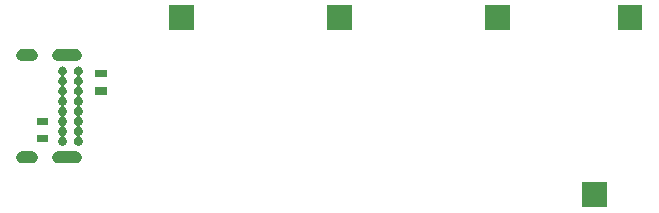
<source format=gbr>
G04 #@! TF.GenerationSoftware,KiCad,Pcbnew,(5.1.5)-3*
G04 #@! TF.CreationDate,2020-02-24T19:45:47-05:00*
G04 #@! TF.ProjectId,MiniiPS,4d696e69-6950-4532-9e6b-696361645f70,rev?*
G04 #@! TF.SameCoordinates,PX7641700PY5a995c0*
G04 #@! TF.FileFunction,Soldermask,Bot*
G04 #@! TF.FilePolarity,Negative*
%FSLAX46Y46*%
G04 Gerber Fmt 4.6, Leading zero omitted, Abs format (unit mm)*
G04 Created by KiCad (PCBNEW (5.1.5)-3) date 2020-02-24 19:45:47*
%MOMM*%
%LPD*%
G04 APERTURE LIST*
%ADD10C,0.100000*%
G04 APERTURE END LIST*
D10*
G36*
X50751000Y-17551000D02*
G01*
X48649000Y-17551000D01*
X48649000Y-15449000D01*
X50751000Y-15449000D01*
X50751000Y-17551000D01*
G37*
G36*
X5868213Y-12806249D02*
G01*
X5962652Y-12834897D01*
X6049687Y-12881418D01*
X6125975Y-12944025D01*
X6188582Y-13020313D01*
X6235103Y-13107348D01*
X6263751Y-13201787D01*
X6273424Y-13300000D01*
X6263751Y-13398213D01*
X6235103Y-13492652D01*
X6188582Y-13579687D01*
X6125975Y-13655975D01*
X6049687Y-13718582D01*
X5962652Y-13765103D01*
X5868213Y-13793751D01*
X5794612Y-13801000D01*
X4245388Y-13801000D01*
X4171787Y-13793751D01*
X4077348Y-13765103D01*
X3990313Y-13718582D01*
X3914025Y-13655975D01*
X3851418Y-13579687D01*
X3804897Y-13492652D01*
X3776249Y-13398213D01*
X3766576Y-13300000D01*
X3776249Y-13201787D01*
X3804897Y-13107348D01*
X3851418Y-13020313D01*
X3914025Y-12944025D01*
X3990313Y-12881418D01*
X4077348Y-12834897D01*
X4171787Y-12806249D01*
X4245388Y-12799000D01*
X5794612Y-12799000D01*
X5868213Y-12806249D01*
G37*
G36*
X2138213Y-12806249D02*
G01*
X2232652Y-12834897D01*
X2319687Y-12881418D01*
X2395975Y-12944025D01*
X2458582Y-13020313D01*
X2505103Y-13107348D01*
X2533751Y-13201787D01*
X2543424Y-13300000D01*
X2533751Y-13398213D01*
X2505103Y-13492652D01*
X2458582Y-13579687D01*
X2395975Y-13655975D01*
X2319687Y-13718582D01*
X2232652Y-13765103D01*
X2138213Y-13793751D01*
X2064612Y-13801000D01*
X1215388Y-13801000D01*
X1141787Y-13793751D01*
X1047348Y-13765103D01*
X960313Y-13718582D01*
X884025Y-13655975D01*
X821418Y-13579687D01*
X774897Y-13492652D01*
X746249Y-13398213D01*
X736576Y-13300000D01*
X746249Y-13201787D01*
X774897Y-13107348D01*
X821418Y-13020313D01*
X884025Y-12944025D01*
X960313Y-12881418D01*
X1047348Y-12834897D01*
X1141787Y-12806249D01*
X1215388Y-12799000D01*
X2064612Y-12799000D01*
X2138213Y-12806249D01*
G37*
G36*
X6111133Y-5633642D02*
G01*
X6180472Y-5662363D01*
X6242452Y-5703777D01*
X6242873Y-5704058D01*
X6295942Y-5757127D01*
X6295944Y-5757130D01*
X6337637Y-5819528D01*
X6366358Y-5888867D01*
X6381000Y-5962475D01*
X6381000Y-6037525D01*
X6366358Y-6111133D01*
X6337637Y-6180472D01*
X6296223Y-6242452D01*
X6295942Y-6242873D01*
X6242873Y-6295942D01*
X6205270Y-6321067D01*
X6186328Y-6336612D01*
X6170783Y-6355554D01*
X6159232Y-6377165D01*
X6152119Y-6400614D01*
X6149717Y-6425000D01*
X6152119Y-6449386D01*
X6159232Y-6472835D01*
X6170783Y-6494446D01*
X6186328Y-6513388D01*
X6205269Y-6528932D01*
X6242873Y-6554058D01*
X6295942Y-6607127D01*
X6295944Y-6607130D01*
X6337637Y-6669528D01*
X6366358Y-6738867D01*
X6381000Y-6812475D01*
X6381000Y-6887525D01*
X6366358Y-6961133D01*
X6337637Y-7030472D01*
X6296223Y-7092452D01*
X6295942Y-7092873D01*
X6242873Y-7145942D01*
X6205270Y-7171067D01*
X6186328Y-7186612D01*
X6170783Y-7205554D01*
X6159232Y-7227165D01*
X6152119Y-7250614D01*
X6149717Y-7275000D01*
X6152119Y-7299386D01*
X6159232Y-7322835D01*
X6170783Y-7344446D01*
X6186328Y-7363388D01*
X6205269Y-7378932D01*
X6242873Y-7404058D01*
X6295942Y-7457127D01*
X6295944Y-7457130D01*
X6337637Y-7519528D01*
X6366358Y-7588867D01*
X6381000Y-7662475D01*
X6381000Y-7737525D01*
X6366358Y-7811133D01*
X6337637Y-7880472D01*
X6296223Y-7942452D01*
X6295942Y-7942873D01*
X6242873Y-7995942D01*
X6205270Y-8021067D01*
X6186328Y-8036612D01*
X6170783Y-8055554D01*
X6159232Y-8077165D01*
X6152119Y-8100614D01*
X6149717Y-8125000D01*
X6152119Y-8149386D01*
X6159232Y-8172835D01*
X6170783Y-8194446D01*
X6186328Y-8213388D01*
X6205269Y-8228932D01*
X6242873Y-8254058D01*
X6295942Y-8307127D01*
X6295944Y-8307130D01*
X6337637Y-8369528D01*
X6366358Y-8438867D01*
X6381000Y-8512475D01*
X6381000Y-8587525D01*
X6366358Y-8661133D01*
X6337637Y-8730472D01*
X6296223Y-8792452D01*
X6295942Y-8792873D01*
X6242873Y-8845942D01*
X6205270Y-8871067D01*
X6186328Y-8886612D01*
X6170783Y-8905554D01*
X6159232Y-8927165D01*
X6152119Y-8950614D01*
X6149717Y-8975000D01*
X6152119Y-8999386D01*
X6159232Y-9022835D01*
X6170783Y-9044446D01*
X6186328Y-9063388D01*
X6205269Y-9078932D01*
X6242873Y-9104058D01*
X6295942Y-9157127D01*
X6295944Y-9157130D01*
X6337637Y-9219528D01*
X6366358Y-9288867D01*
X6381000Y-9362475D01*
X6381000Y-9437525D01*
X6366358Y-9511133D01*
X6337637Y-9580472D01*
X6296223Y-9642452D01*
X6295942Y-9642873D01*
X6242873Y-9695942D01*
X6205270Y-9721067D01*
X6186328Y-9736612D01*
X6170783Y-9755554D01*
X6159232Y-9777165D01*
X6152119Y-9800614D01*
X6149717Y-9825000D01*
X6152119Y-9849386D01*
X6159232Y-9872835D01*
X6170783Y-9894446D01*
X6186328Y-9913388D01*
X6205269Y-9928932D01*
X6242873Y-9954058D01*
X6295942Y-10007127D01*
X6295944Y-10007130D01*
X6337637Y-10069528D01*
X6366358Y-10138867D01*
X6381000Y-10212475D01*
X6381000Y-10287525D01*
X6366358Y-10361133D01*
X6337637Y-10430472D01*
X6296223Y-10492452D01*
X6295942Y-10492873D01*
X6242873Y-10545942D01*
X6205270Y-10571067D01*
X6186328Y-10586612D01*
X6170783Y-10605554D01*
X6159232Y-10627165D01*
X6152119Y-10650614D01*
X6149717Y-10675000D01*
X6152119Y-10699386D01*
X6159232Y-10722835D01*
X6170783Y-10744446D01*
X6186328Y-10763388D01*
X6205269Y-10778932D01*
X6242873Y-10804058D01*
X6295942Y-10857127D01*
X6295944Y-10857130D01*
X6337637Y-10919528D01*
X6366358Y-10988867D01*
X6381000Y-11062475D01*
X6381000Y-11137525D01*
X6366358Y-11211133D01*
X6337637Y-11280472D01*
X6296223Y-11342452D01*
X6295942Y-11342873D01*
X6242873Y-11395942D01*
X6205270Y-11421067D01*
X6186328Y-11436612D01*
X6170783Y-11455554D01*
X6159232Y-11477165D01*
X6152119Y-11500614D01*
X6149717Y-11525000D01*
X6152119Y-11549386D01*
X6159232Y-11572835D01*
X6170783Y-11594446D01*
X6186328Y-11613388D01*
X6205269Y-11628932D01*
X6242873Y-11654058D01*
X6295942Y-11707127D01*
X6295944Y-11707130D01*
X6337637Y-11769528D01*
X6366358Y-11838867D01*
X6381000Y-11912475D01*
X6381000Y-11987525D01*
X6366358Y-12061133D01*
X6337637Y-12130472D01*
X6296223Y-12192452D01*
X6295942Y-12192873D01*
X6242873Y-12245942D01*
X6242870Y-12245944D01*
X6180472Y-12287637D01*
X6111133Y-12316358D01*
X6037525Y-12331000D01*
X5962475Y-12331000D01*
X5888867Y-12316358D01*
X5819528Y-12287637D01*
X5757130Y-12245944D01*
X5757127Y-12245942D01*
X5704058Y-12192873D01*
X5703777Y-12192452D01*
X5662363Y-12130472D01*
X5633642Y-12061133D01*
X5619000Y-11987525D01*
X5619000Y-11912475D01*
X5633642Y-11838867D01*
X5662363Y-11769528D01*
X5704056Y-11707130D01*
X5704058Y-11707127D01*
X5757127Y-11654058D01*
X5794731Y-11628932D01*
X5813672Y-11613388D01*
X5829217Y-11594446D01*
X5840768Y-11572835D01*
X5847881Y-11549386D01*
X5850283Y-11525000D01*
X5847881Y-11500614D01*
X5840768Y-11477165D01*
X5829217Y-11455554D01*
X5813672Y-11436612D01*
X5794730Y-11421067D01*
X5757127Y-11395942D01*
X5704058Y-11342873D01*
X5703777Y-11342452D01*
X5662363Y-11280472D01*
X5633642Y-11211133D01*
X5619000Y-11137525D01*
X5619000Y-11062475D01*
X5633642Y-10988867D01*
X5662363Y-10919528D01*
X5704056Y-10857130D01*
X5704058Y-10857127D01*
X5757127Y-10804058D01*
X5794731Y-10778932D01*
X5813672Y-10763388D01*
X5829217Y-10744446D01*
X5840768Y-10722835D01*
X5847881Y-10699386D01*
X5850283Y-10675000D01*
X5847881Y-10650614D01*
X5840768Y-10627165D01*
X5829217Y-10605554D01*
X5813672Y-10586612D01*
X5794730Y-10571067D01*
X5757127Y-10545942D01*
X5704058Y-10492873D01*
X5703777Y-10492452D01*
X5662363Y-10430472D01*
X5633642Y-10361133D01*
X5619000Y-10287525D01*
X5619000Y-10212475D01*
X5633642Y-10138867D01*
X5662363Y-10069528D01*
X5704056Y-10007130D01*
X5704058Y-10007127D01*
X5757127Y-9954058D01*
X5794731Y-9928932D01*
X5813672Y-9913388D01*
X5829217Y-9894446D01*
X5840768Y-9872835D01*
X5847881Y-9849386D01*
X5850283Y-9825000D01*
X5847881Y-9800614D01*
X5840768Y-9777165D01*
X5829217Y-9755554D01*
X5813672Y-9736612D01*
X5794730Y-9721067D01*
X5757127Y-9695942D01*
X5704058Y-9642873D01*
X5703777Y-9642452D01*
X5662363Y-9580472D01*
X5633642Y-9511133D01*
X5619000Y-9437525D01*
X5619000Y-9362475D01*
X5633642Y-9288867D01*
X5662363Y-9219528D01*
X5704056Y-9157130D01*
X5704058Y-9157127D01*
X5757127Y-9104058D01*
X5794731Y-9078932D01*
X5813672Y-9063388D01*
X5829217Y-9044446D01*
X5840768Y-9022835D01*
X5847881Y-8999386D01*
X5850283Y-8975000D01*
X5847881Y-8950614D01*
X5840768Y-8927165D01*
X5829217Y-8905554D01*
X5813672Y-8886612D01*
X5794730Y-8871067D01*
X5757127Y-8845942D01*
X5704058Y-8792873D01*
X5703777Y-8792452D01*
X5662363Y-8730472D01*
X5633642Y-8661133D01*
X5619000Y-8587525D01*
X5619000Y-8512475D01*
X5633642Y-8438867D01*
X5662363Y-8369528D01*
X5704056Y-8307130D01*
X5704058Y-8307127D01*
X5757127Y-8254058D01*
X5794731Y-8228932D01*
X5813672Y-8213388D01*
X5829217Y-8194446D01*
X5840768Y-8172835D01*
X5847881Y-8149386D01*
X5850283Y-8125000D01*
X5847881Y-8100614D01*
X5840768Y-8077165D01*
X5829217Y-8055554D01*
X5813672Y-8036612D01*
X5794730Y-8021067D01*
X5757127Y-7995942D01*
X5704058Y-7942873D01*
X5703777Y-7942452D01*
X5662363Y-7880472D01*
X5633642Y-7811133D01*
X5619000Y-7737525D01*
X5619000Y-7662475D01*
X5633642Y-7588867D01*
X5662363Y-7519528D01*
X5704056Y-7457130D01*
X5704058Y-7457127D01*
X5757127Y-7404058D01*
X5794731Y-7378932D01*
X5813672Y-7363388D01*
X5829217Y-7344446D01*
X5840768Y-7322835D01*
X5847881Y-7299386D01*
X5850283Y-7275000D01*
X5847881Y-7250614D01*
X5840768Y-7227165D01*
X5829217Y-7205554D01*
X5813672Y-7186612D01*
X5794730Y-7171067D01*
X5757127Y-7145942D01*
X5704058Y-7092873D01*
X5703777Y-7092452D01*
X5662363Y-7030472D01*
X5633642Y-6961133D01*
X5619000Y-6887525D01*
X5619000Y-6812475D01*
X5633642Y-6738867D01*
X5662363Y-6669528D01*
X5704056Y-6607130D01*
X5704058Y-6607127D01*
X5757127Y-6554058D01*
X5794731Y-6528932D01*
X5813672Y-6513388D01*
X5829217Y-6494446D01*
X5840768Y-6472835D01*
X5847881Y-6449386D01*
X5850283Y-6425000D01*
X5847881Y-6400614D01*
X5840768Y-6377165D01*
X5829217Y-6355554D01*
X5813672Y-6336612D01*
X5794730Y-6321067D01*
X5757127Y-6295942D01*
X5704058Y-6242873D01*
X5703777Y-6242452D01*
X5662363Y-6180472D01*
X5633642Y-6111133D01*
X5619000Y-6037525D01*
X5619000Y-5962475D01*
X5633642Y-5888867D01*
X5662363Y-5819528D01*
X5704056Y-5757130D01*
X5704058Y-5757127D01*
X5757127Y-5704058D01*
X5757548Y-5703777D01*
X5819528Y-5662363D01*
X5888867Y-5633642D01*
X5962475Y-5619000D01*
X6037525Y-5619000D01*
X6111133Y-5633642D01*
G37*
G36*
X4761133Y-5633642D02*
G01*
X4830472Y-5662363D01*
X4892452Y-5703777D01*
X4892873Y-5704058D01*
X4945942Y-5757127D01*
X4945944Y-5757130D01*
X4987637Y-5819528D01*
X5016358Y-5888867D01*
X5031000Y-5962475D01*
X5031000Y-6037525D01*
X5016358Y-6111133D01*
X4987637Y-6180472D01*
X4946223Y-6242452D01*
X4945942Y-6242873D01*
X4892873Y-6295942D01*
X4855270Y-6321067D01*
X4836328Y-6336612D01*
X4820783Y-6355554D01*
X4809232Y-6377165D01*
X4802119Y-6400614D01*
X4799717Y-6425000D01*
X4802119Y-6449386D01*
X4809232Y-6472835D01*
X4820783Y-6494446D01*
X4836328Y-6513388D01*
X4855269Y-6528932D01*
X4892873Y-6554058D01*
X4945942Y-6607127D01*
X4945944Y-6607130D01*
X4987637Y-6669528D01*
X5016358Y-6738867D01*
X5031000Y-6812475D01*
X5031000Y-6887525D01*
X5016358Y-6961133D01*
X4987637Y-7030472D01*
X4946223Y-7092452D01*
X4945942Y-7092873D01*
X4892873Y-7145942D01*
X4855270Y-7171067D01*
X4836328Y-7186612D01*
X4820783Y-7205554D01*
X4809232Y-7227165D01*
X4802119Y-7250614D01*
X4799717Y-7275000D01*
X4802119Y-7299386D01*
X4809232Y-7322835D01*
X4820783Y-7344446D01*
X4836328Y-7363388D01*
X4855269Y-7378932D01*
X4892873Y-7404058D01*
X4945942Y-7457127D01*
X4945944Y-7457130D01*
X4987637Y-7519528D01*
X5016358Y-7588867D01*
X5031000Y-7662475D01*
X5031000Y-7737525D01*
X5016358Y-7811133D01*
X4987637Y-7880472D01*
X4946223Y-7942452D01*
X4945942Y-7942873D01*
X4892873Y-7995942D01*
X4855270Y-8021067D01*
X4836328Y-8036612D01*
X4820783Y-8055554D01*
X4809232Y-8077165D01*
X4802119Y-8100614D01*
X4799717Y-8125000D01*
X4802119Y-8149386D01*
X4809232Y-8172835D01*
X4820783Y-8194446D01*
X4836328Y-8213388D01*
X4855269Y-8228932D01*
X4892873Y-8254058D01*
X4945942Y-8307127D01*
X4945944Y-8307130D01*
X4987637Y-8369528D01*
X5016358Y-8438867D01*
X5031000Y-8512475D01*
X5031000Y-8587525D01*
X5016358Y-8661133D01*
X4987637Y-8730472D01*
X4946223Y-8792452D01*
X4945942Y-8792873D01*
X4892873Y-8845942D01*
X4855270Y-8871067D01*
X4836328Y-8886612D01*
X4820783Y-8905554D01*
X4809232Y-8927165D01*
X4802119Y-8950614D01*
X4799717Y-8975000D01*
X4802119Y-8999386D01*
X4809232Y-9022835D01*
X4820783Y-9044446D01*
X4836328Y-9063388D01*
X4855269Y-9078932D01*
X4892873Y-9104058D01*
X4945942Y-9157127D01*
X4945944Y-9157130D01*
X4987637Y-9219528D01*
X5016358Y-9288867D01*
X5031000Y-9362475D01*
X5031000Y-9437525D01*
X5016358Y-9511133D01*
X4987637Y-9580472D01*
X4946223Y-9642452D01*
X4945942Y-9642873D01*
X4892873Y-9695942D01*
X4855270Y-9721067D01*
X4836328Y-9736612D01*
X4820783Y-9755554D01*
X4809232Y-9777165D01*
X4802119Y-9800614D01*
X4799717Y-9825000D01*
X4802119Y-9849386D01*
X4809232Y-9872835D01*
X4820783Y-9894446D01*
X4836328Y-9913388D01*
X4855269Y-9928932D01*
X4892873Y-9954058D01*
X4945942Y-10007127D01*
X4945944Y-10007130D01*
X4987637Y-10069528D01*
X5016358Y-10138867D01*
X5031000Y-10212475D01*
X5031000Y-10287525D01*
X5016358Y-10361133D01*
X4987637Y-10430472D01*
X4946223Y-10492452D01*
X4945942Y-10492873D01*
X4892873Y-10545942D01*
X4855270Y-10571067D01*
X4836328Y-10586612D01*
X4820783Y-10605554D01*
X4809232Y-10627165D01*
X4802119Y-10650614D01*
X4799717Y-10675000D01*
X4802119Y-10699386D01*
X4809232Y-10722835D01*
X4820783Y-10744446D01*
X4836328Y-10763388D01*
X4855269Y-10778932D01*
X4892873Y-10804058D01*
X4945942Y-10857127D01*
X4945944Y-10857130D01*
X4987637Y-10919528D01*
X5016358Y-10988867D01*
X5031000Y-11062475D01*
X5031000Y-11137525D01*
X5016358Y-11211133D01*
X4987637Y-11280472D01*
X4946223Y-11342452D01*
X4945942Y-11342873D01*
X4892873Y-11395942D01*
X4855270Y-11421067D01*
X4836328Y-11436612D01*
X4820783Y-11455554D01*
X4809232Y-11477165D01*
X4802119Y-11500614D01*
X4799717Y-11525000D01*
X4802119Y-11549386D01*
X4809232Y-11572835D01*
X4820783Y-11594446D01*
X4836328Y-11613388D01*
X4855269Y-11628932D01*
X4892873Y-11654058D01*
X4945942Y-11707127D01*
X4945944Y-11707130D01*
X4987637Y-11769528D01*
X5016358Y-11838867D01*
X5031000Y-11912475D01*
X5031000Y-11987525D01*
X5016358Y-12061133D01*
X4987637Y-12130472D01*
X4946223Y-12192452D01*
X4945942Y-12192873D01*
X4892873Y-12245942D01*
X4892870Y-12245944D01*
X4830472Y-12287637D01*
X4761133Y-12316358D01*
X4687525Y-12331000D01*
X4612475Y-12331000D01*
X4538867Y-12316358D01*
X4469528Y-12287637D01*
X4407130Y-12245944D01*
X4407127Y-12245942D01*
X4354058Y-12192873D01*
X4353777Y-12192452D01*
X4312363Y-12130472D01*
X4283642Y-12061133D01*
X4269000Y-11987525D01*
X4269000Y-11912475D01*
X4283642Y-11838867D01*
X4312363Y-11769528D01*
X4354056Y-11707130D01*
X4354058Y-11707127D01*
X4407127Y-11654058D01*
X4444731Y-11628932D01*
X4463672Y-11613388D01*
X4479217Y-11594446D01*
X4490768Y-11572835D01*
X4497881Y-11549386D01*
X4500283Y-11525000D01*
X4497881Y-11500614D01*
X4490768Y-11477165D01*
X4479217Y-11455554D01*
X4463672Y-11436612D01*
X4444730Y-11421067D01*
X4407127Y-11395942D01*
X4354058Y-11342873D01*
X4353777Y-11342452D01*
X4312363Y-11280472D01*
X4283642Y-11211133D01*
X4269000Y-11137525D01*
X4269000Y-11062475D01*
X4283642Y-10988867D01*
X4312363Y-10919528D01*
X4354056Y-10857130D01*
X4354058Y-10857127D01*
X4407127Y-10804058D01*
X4444731Y-10778932D01*
X4463672Y-10763388D01*
X4479217Y-10744446D01*
X4490768Y-10722835D01*
X4497881Y-10699386D01*
X4500283Y-10675000D01*
X4497881Y-10650614D01*
X4490768Y-10627165D01*
X4479217Y-10605554D01*
X4463672Y-10586612D01*
X4444730Y-10571067D01*
X4407127Y-10545942D01*
X4354058Y-10492873D01*
X4353777Y-10492452D01*
X4312363Y-10430472D01*
X4283642Y-10361133D01*
X4269000Y-10287525D01*
X4269000Y-10212475D01*
X4283642Y-10138867D01*
X4312363Y-10069528D01*
X4354056Y-10007130D01*
X4354058Y-10007127D01*
X4407127Y-9954058D01*
X4444731Y-9928932D01*
X4463672Y-9913388D01*
X4479217Y-9894446D01*
X4490768Y-9872835D01*
X4497881Y-9849386D01*
X4500283Y-9825000D01*
X4497881Y-9800614D01*
X4490768Y-9777165D01*
X4479217Y-9755554D01*
X4463672Y-9736612D01*
X4444730Y-9721067D01*
X4407127Y-9695942D01*
X4354058Y-9642873D01*
X4353777Y-9642452D01*
X4312363Y-9580472D01*
X4283642Y-9511133D01*
X4269000Y-9437525D01*
X4269000Y-9362475D01*
X4283642Y-9288867D01*
X4312363Y-9219528D01*
X4354056Y-9157130D01*
X4354058Y-9157127D01*
X4407127Y-9104058D01*
X4444731Y-9078932D01*
X4463672Y-9063388D01*
X4479217Y-9044446D01*
X4490768Y-9022835D01*
X4497881Y-8999386D01*
X4500283Y-8975000D01*
X4497881Y-8950614D01*
X4490768Y-8927165D01*
X4479217Y-8905554D01*
X4463672Y-8886612D01*
X4444730Y-8871067D01*
X4407127Y-8845942D01*
X4354058Y-8792873D01*
X4353777Y-8792452D01*
X4312363Y-8730472D01*
X4283642Y-8661133D01*
X4269000Y-8587525D01*
X4269000Y-8512475D01*
X4283642Y-8438867D01*
X4312363Y-8369528D01*
X4354056Y-8307130D01*
X4354058Y-8307127D01*
X4407127Y-8254058D01*
X4444731Y-8228932D01*
X4463672Y-8213388D01*
X4479217Y-8194446D01*
X4490768Y-8172835D01*
X4497881Y-8149386D01*
X4500283Y-8125000D01*
X4497881Y-8100614D01*
X4490768Y-8077165D01*
X4479217Y-8055554D01*
X4463672Y-8036612D01*
X4444730Y-8021067D01*
X4407127Y-7995942D01*
X4354058Y-7942873D01*
X4353777Y-7942452D01*
X4312363Y-7880472D01*
X4283642Y-7811133D01*
X4269000Y-7737525D01*
X4269000Y-7662475D01*
X4283642Y-7588867D01*
X4312363Y-7519528D01*
X4354056Y-7457130D01*
X4354058Y-7457127D01*
X4407127Y-7404058D01*
X4444731Y-7378932D01*
X4463672Y-7363388D01*
X4479217Y-7344446D01*
X4490768Y-7322835D01*
X4497881Y-7299386D01*
X4500283Y-7275000D01*
X4497881Y-7250614D01*
X4490768Y-7227165D01*
X4479217Y-7205554D01*
X4463672Y-7186612D01*
X4444730Y-7171067D01*
X4407127Y-7145942D01*
X4354058Y-7092873D01*
X4353777Y-7092452D01*
X4312363Y-7030472D01*
X4283642Y-6961133D01*
X4269000Y-6887525D01*
X4269000Y-6812475D01*
X4283642Y-6738867D01*
X4312363Y-6669528D01*
X4354056Y-6607130D01*
X4354058Y-6607127D01*
X4407127Y-6554058D01*
X4444731Y-6528932D01*
X4463672Y-6513388D01*
X4479217Y-6494446D01*
X4490768Y-6472835D01*
X4497881Y-6449386D01*
X4500283Y-6425000D01*
X4497881Y-6400614D01*
X4490768Y-6377165D01*
X4479217Y-6355554D01*
X4463672Y-6336612D01*
X4444730Y-6321067D01*
X4407127Y-6295942D01*
X4354058Y-6242873D01*
X4353777Y-6242452D01*
X4312363Y-6180472D01*
X4283642Y-6111133D01*
X4269000Y-6037525D01*
X4269000Y-5962475D01*
X4283642Y-5888867D01*
X4312363Y-5819528D01*
X4354056Y-5757130D01*
X4354058Y-5757127D01*
X4407127Y-5704058D01*
X4407548Y-5703777D01*
X4469528Y-5662363D01*
X4538867Y-5633642D01*
X4612475Y-5619000D01*
X4687525Y-5619000D01*
X4761133Y-5633642D01*
G37*
G36*
X3451000Y-12051000D02*
G01*
X2449000Y-12051000D01*
X2449000Y-11449000D01*
X3451000Y-11449000D01*
X3451000Y-12051000D01*
G37*
G36*
X3451000Y-10551000D02*
G01*
X2449000Y-10551000D01*
X2449000Y-9949000D01*
X3451000Y-9949000D01*
X3451000Y-10551000D01*
G37*
G36*
X8401000Y-8001000D02*
G01*
X7399000Y-8001000D01*
X7399000Y-7399000D01*
X8401000Y-7399000D01*
X8401000Y-8001000D01*
G37*
G36*
X8401000Y-6501000D02*
G01*
X7399000Y-6501000D01*
X7399000Y-5899000D01*
X8401000Y-5899000D01*
X8401000Y-6501000D01*
G37*
G36*
X5868213Y-4156249D02*
G01*
X5962652Y-4184897D01*
X6049687Y-4231418D01*
X6125975Y-4294025D01*
X6188582Y-4370313D01*
X6235103Y-4457348D01*
X6263751Y-4551787D01*
X6273424Y-4650000D01*
X6263751Y-4748213D01*
X6235103Y-4842652D01*
X6188582Y-4929687D01*
X6125975Y-5005975D01*
X6049687Y-5068582D01*
X5962652Y-5115103D01*
X5868213Y-5143751D01*
X5794612Y-5151000D01*
X4245388Y-5151000D01*
X4171787Y-5143751D01*
X4077348Y-5115103D01*
X3990313Y-5068582D01*
X3914025Y-5005975D01*
X3851418Y-4929687D01*
X3804897Y-4842652D01*
X3776249Y-4748213D01*
X3766576Y-4650000D01*
X3776249Y-4551787D01*
X3804897Y-4457348D01*
X3851418Y-4370313D01*
X3914025Y-4294025D01*
X3990313Y-4231418D01*
X4077348Y-4184897D01*
X4171787Y-4156249D01*
X4245388Y-4149000D01*
X5794612Y-4149000D01*
X5868213Y-4156249D01*
G37*
G36*
X2138213Y-4156249D02*
G01*
X2232652Y-4184897D01*
X2319687Y-4231418D01*
X2395975Y-4294025D01*
X2458582Y-4370313D01*
X2505103Y-4457348D01*
X2533751Y-4551787D01*
X2543424Y-4650000D01*
X2533751Y-4748213D01*
X2505103Y-4842652D01*
X2458582Y-4929687D01*
X2395975Y-5005975D01*
X2319687Y-5068582D01*
X2232652Y-5115103D01*
X2138213Y-5143751D01*
X2064612Y-5151000D01*
X1215388Y-5151000D01*
X1141787Y-5143751D01*
X1047348Y-5115103D01*
X960313Y-5068582D01*
X884025Y-5005975D01*
X821418Y-4929687D01*
X774897Y-4842652D01*
X746249Y-4748213D01*
X736576Y-4650000D01*
X746249Y-4551787D01*
X774897Y-4457348D01*
X821418Y-4370313D01*
X884025Y-4294025D01*
X960313Y-4231418D01*
X1047348Y-4184897D01*
X1141787Y-4156249D01*
X1215388Y-4149000D01*
X2064612Y-4149000D01*
X2138213Y-4156249D01*
G37*
G36*
X15751000Y-2551000D02*
G01*
X13649000Y-2551000D01*
X13649000Y-449000D01*
X15751000Y-449000D01*
X15751000Y-2551000D01*
G37*
G36*
X29151000Y-2551000D02*
G01*
X27049000Y-2551000D01*
X27049000Y-449000D01*
X29151000Y-449000D01*
X29151000Y-2551000D01*
G37*
G36*
X42551000Y-2551000D02*
G01*
X40449000Y-2551000D01*
X40449000Y-449000D01*
X42551000Y-449000D01*
X42551000Y-2551000D01*
G37*
G36*
X53751000Y-2551000D02*
G01*
X51649000Y-2551000D01*
X51649000Y-449000D01*
X53751000Y-449000D01*
X53751000Y-2551000D01*
G37*
M02*

</source>
